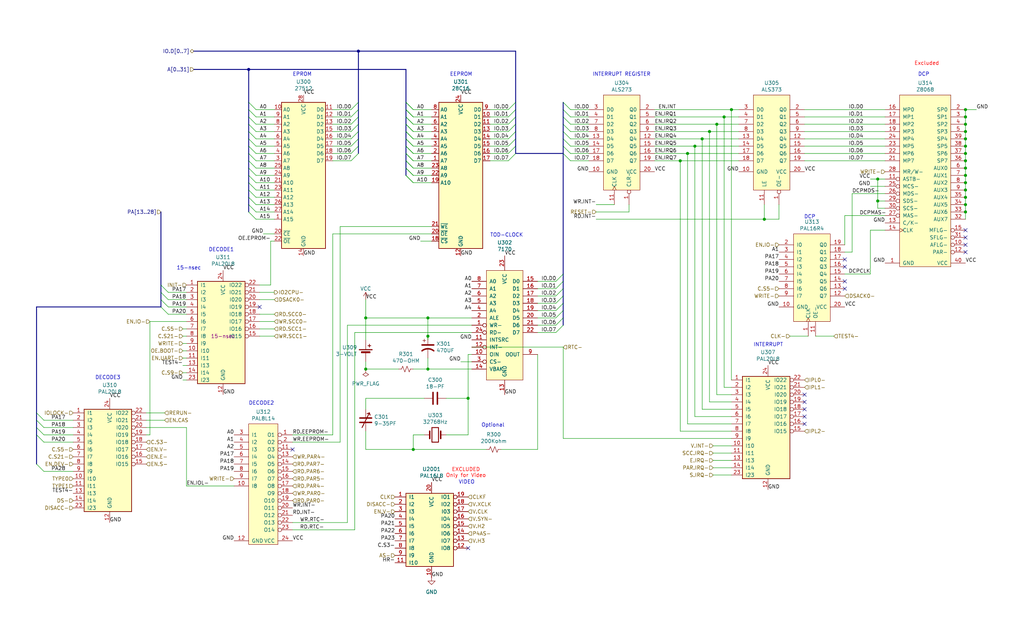
<source format=kicad_sch>
(kicad_sch (version 20231120) (generator "eeschema") (generator_version "8.0")
  (paper "USLegal")
  (title_block (title "EPROM, EEPROM, Interrupt, RTC") (date "2025-03-07") (rev "1"))
  (junction (at 335.28 63.5))
  (junction (at 335.28 58.42))
  (junction (at 254 38.1))
  (junction (at 148.59 110.49))
  (junction (at 335.28 43.18))
  (junction (at 335.28 45.72))
  (junction (at 335.28 60.96))
  (junction (at 335.28 68.58))
  (junction (at 148.59 116.84))
  (junction (at 304.8 62.23))
  (junction (at 86.36 24.13))
  (junction (at 246.38 45.72))
  (junction (at 124.46 17.78))
  (junction (at 236.22 55.88))
  (junction (at 127 110.49))
  (junction (at 335.28 40.64))
  (junction (at 143.51 156.21))
  (junction (at 304.8 69.85))
  (junction (at 335.28 66.04))
  (junction (at 335.28 50.8))
  (junction (at 335.28 48.26))
  (junction (at 241.3 50.8))
  (junction (at 335.28 73.66))
  (junction (at 238.76 53.34))
  (junction (at 335.28 38.1))
  (junction (at 265.43 76.2))
  (junction (at 127 128.27))
  (junction (at 335.28 71.12))
  (junction (at 335.28 55.88))
  (junction (at 251.46 40.64))
  (junction (at 243.84 48.26))
  (junction (at 335.28 53.34))
  (junction (at 148.59 128.27))
  (junction (at 162.56 138.43))
  (junction (at 248.92 43.18))
  (no_connect (at 293.37 100.33))
  (no_connect (at 101.6 156.21))
  (no_connect (at 279.4 137.16))
  (no_connect (at 279.4 142.24))
  (no_connect (at 90.17 106.68))
  (no_connect (at 293.37 90.17))
  (no_connect (at 279.4 147.32))
  (no_connect (at 279.4 139.7))
  (no_connect (at 335.28 80.01))
  (no_connect (at 335.28 85.09))
  (no_connect (at 293.37 97.79))
  (no_connect (at 335.28 87.63))
  (no_connect (at 335.28 82.55))
  (no_connect (at 293.37 92.71))
  (no_connect (at 162.56 190.5))
  (no_connect (at 279.4 144.78))
  (bus_entry (at 140.97 35.56) (size 2.54 2.54))
  (bus_entry (at 140.97 55.88) (size 2.54 2.54))
  (bus_entry (at 193.04 110.49) (size 2.54 -2.54))
  (bus_entry (at 140.97 38.1) (size 2.54 2.54))
  (bus_entry (at 12.7 146.05) (size 2.54 2.54))
  (bus_entry (at 176.53 50.8) (size 2.54 -2.54))
  (bus_entry (at 140.97 35.56) (size 2.54 2.54))
  (bus_entry (at 140.97 40.64) (size 2.54 2.54))
  (bus_entry (at 12.7 148.59) (size 2.54 2.54))
  (bus_entry (at 140.97 58.42) (size 2.54 2.54))
  (bus_entry (at 193.04 102.87) (size 2.54 -2.54))
  (bus_entry (at 140.97 43.18) (size 2.54 2.54))
  (bus_entry (at 55.88 99.06) (size 2.54 2.54))
  (bus_entry (at 55.88 104.14) (size 2.54 2.54))
  (bus_entry (at 140.97 53.34) (size 2.54 2.54))
  (bus_entry (at 140.97 58.42) (size 2.54 2.54))
  (bus_entry (at 55.88 106.68) (size 2.54 2.54))
  (bus_entry (at 195.58 48.26) (size 2.54 2.54))
  (bus_entry (at 140.97 45.72) (size 2.54 2.54))
  (bus_entry (at 195.58 50.8) (size 2.54 2.54))
  (bus_entry (at 140.97 50.8) (size 2.54 2.54))
  (bus_entry (at 86.36 38.1) (size 2.54 2.54))
  (bus_entry (at 86.36 73.66) (size 2.54 2.54))
  (bus_entry (at 140.97 38.1) (size 2.54 2.54))
  (bus_entry (at 12.7 143.51) (size 2.54 2.54))
  (bus_entry (at 86.36 53.34) (size 2.54 2.54))
  (bus_entry (at 121.92 50.8) (size 2.54 -2.54))
  (bus_entry (at 121.92 55.88) (size 2.54 -2.54))
  (bus_entry (at 193.04 113.03) (size 2.54 -2.54))
  (bus_entry (at 176.53 48.26) (size 2.54 -2.54))
  (bus_entry (at 86.36 68.58) (size 2.54 2.54))
  (bus_entry (at 176.53 45.72) (size 2.54 -2.54))
  (bus_entry (at 86.36 40.64) (size 2.54 2.54))
  (bus_entry (at 86.36 50.8) (size 2.54 2.54))
  (bus_entry (at 55.88 101.6) (size 2.54 2.54))
  (bus_entry (at 121.92 53.34) (size 2.54 -2.54))
  (bus_entry (at 12.7 151.13) (size 2.54 2.54))
  (bus_entry (at 86.36 58.42) (size 2.54 2.54))
  (bus_entry (at 195.58 43.18) (size 2.54 2.54))
  (bus_entry (at 140.97 40.64) (size 2.54 2.54))
  (bus_entry (at 195.58 40.64) (size 2.54 2.54))
  (bus_entry (at 176.53 40.64) (size 2.54 -2.54))
  (bus_entry (at 86.36 45.72) (size 2.54 2.54))
  (bus_entry (at 193.04 97.79) (size 2.54 -2.54))
  (bus_entry (at 86.36 66.04) (size 2.54 2.54))
  (bus_entry (at 86.36 63.5) (size 2.54 2.54))
  (bus_entry (at 12.7 161.29) (size 2.54 2.54))
  (bus_entry (at 193.04 100.33) (size 2.54 -2.54))
  (bus_entry (at 121.92 43.18) (size 2.54 -2.54))
  (bus_entry (at 193.04 115.57) (size 2.54 -2.54))
  (bus_entry (at 121.92 40.64) (size 2.54 -2.54))
  (bus_entry (at 86.36 35.56) (size 2.54 2.54))
  (bus_entry (at 195.58 53.34) (size 2.54 2.54))
  (bus_entry (at 121.92 45.72) (size 2.54 -2.54))
  (bus_entry (at 86.36 43.18) (size 2.54 2.54))
  (bus_entry (at 86.36 55.88) (size 2.54 2.54))
  (bus_entry (at 140.97 50.8) (size 2.54 2.54))
  (bus_entry (at 86.36 60.96) (size 2.54 2.54))
  (bus_entry (at 176.53 55.88) (size 2.54 -2.54))
  (bus_entry (at 195.58 45.72) (size 2.54 2.54))
  (bus_entry (at 140.97 43.18) (size 2.54 2.54))
  (bus_entry (at 140.97 48.26) (size 2.54 2.54))
  (bus_entry (at 140.97 60.96) (size 2.54 2.54))
  (bus_entry (at 140.97 53.34) (size 2.54 2.54))
  (bus_entry (at 140.97 48.26) (size 2.54 2.54))
  (bus_entry (at 176.53 53.34) (size 2.54 -2.54))
  (bus_entry (at 195.58 35.56) (size 2.54 2.54))
  (bus_entry (at 176.53 38.1) (size 2.54 -2.54))
  (bus_entry (at 140.97 45.72) (size 2.54 2.54))
  (bus_entry (at 121.92 48.26) (size 2.54 -2.54))
  (bus_entry (at 86.36 48.26) (size 2.54 2.54))
  (bus_entry (at 140.97 55.88) (size 2.54 2.54))
  (bus_entry (at 121.92 38.1) (size 2.54 -2.54))
  (bus_entry (at 86.36 71.12) (size 2.54 2.54))
  (bus_entry (at 193.04 105.41) (size 2.54 -2.54))
  (bus_entry (at 140.97 60.96) (size 2.54 2.54))
  (bus_entry (at 195.58 38.1) (size 2.54 2.54))
  (bus_entry (at 176.53 43.18) (size 2.54 -2.54))
  (bus_entry (at 193.04 107.95) (size 2.54 -2.54))
  (wire (pts (xy 15.24 153.67) (xy 25.4 153.67)))
  (wire (pts (xy 143.51 55.88) (xy 149.86 55.88)))
  (bus (pts (xy 12.7 148.59) (xy 12.7 151.13)))
  (wire (pts (xy 127 110.49) (xy 127 104.14)))
  (wire (pts (xy 227.33 48.26) (xy 243.84 48.26)))
  (wire (pts (xy 304.8 62.23) (xy 302.26 62.23)))
  (wire (pts (xy 236.22 55.88) (xy 256.54 55.88)))
  (bus (pts (xy 124.46 35.56) (xy 124.46 38.1)))
  (wire (pts (xy 95.25 109.22) (xy 90.17 109.22)))
  (bus (pts (xy 124.46 17.78) (xy 124.46 35.56)))
  (wire (pts (xy 254 157.48) (xy 247.65 157.48)))
  (wire (pts (xy 88.9 76.2) (xy 95.25 76.2)))
  (wire (pts (xy 64.77 168.91) (xy 81.28 168.91)))
  (wire (pts (xy 198.12 53.34) (xy 204.47 53.34)))
  (wire (pts (xy 88.9 55.88) (xy 95.25 55.88)))
  (bus (pts (xy 86.36 58.42) (xy 86.36 60.96)))
  (bus (pts (xy 86.36 35.56) (xy 86.36 38.1)))
  (wire (pts (xy 186.69 100.33) (xy 193.04 100.33)))
  (wire (pts (xy 170.18 48.26) (xy 176.53 48.26)))
  (bus (pts (xy 86.36 55.88) (xy 86.36 58.42)))
  (wire (pts (xy 236.22 55.88) (xy 236.22 149.86)))
  (bus (pts (xy 195.58 107.95) (xy 195.58 110.49)))
  (wire (pts (xy 335.28 50.8) (xy 335.28 48.26)))
  (wire (pts (xy 254 38.1) (xy 256.54 38.1)))
  (wire (pts (xy 227.33 40.64) (xy 251.46 40.64)))
  (wire (pts (xy 88.9 58.42) (xy 95.25 58.42)))
  (bus (pts (xy 55.88 104.14) (xy 55.88 106.68)))
  (wire (pts (xy 95.25 104.14) (xy 90.17 104.14)))
  (wire (pts (xy 88.9 68.58) (xy 95.25 68.58)))
  (wire (pts (xy 335.28 60.96) (xy 335.28 58.42)))
  (wire (pts (xy 88.9 48.26) (xy 95.25 48.26)))
  (bus (pts (xy 195.58 95.25) (xy 195.58 97.79)))
  (bus (pts (xy 140.97 40.64) (xy 140.97 43.18)))
  (wire (pts (xy 335.28 73.66) (xy 335.28 71.12)))
  (wire (pts (xy 115.57 50.8) (xy 121.92 50.8)))
  (wire (pts (xy 243.84 142.24) (xy 254 142.24)))
  (wire (pts (xy 88.9 66.04) (xy 95.25 66.04)))
  (wire (pts (xy 254 154.94) (xy 247.65 154.94)))
  (wire (pts (xy 163.83 123.19) (xy 162.56 123.19)))
  (wire (pts (xy 279.4 38.1) (xy 307.34 38.1)))
  (wire (pts (xy 254 162.56) (xy 247.65 162.56)))
  (wire (pts (xy 15.24 151.13) (xy 25.4 151.13)))
  (bus (pts (xy 86.36 63.5) (xy 86.36 66.04)))
  (wire (pts (xy 64.77 109.22) (xy 58.42 109.22)))
  (wire (pts (xy 307.34 64.77) (xy 302.26 64.77)))
  (bus (pts (xy 86.36 45.72) (xy 86.36 48.26)))
  (wire (pts (xy 148.59 128.27) (xy 163.83 128.27)))
  (wire (pts (xy 64.77 124.46) (xy 63.5 124.46)))
  (wire (pts (xy 198.12 48.26) (xy 204.47 48.26)))
  (bus (pts (xy 86.36 66.04) (xy 86.36 68.58)))
  (bus (pts (xy 124.46 48.26) (xy 124.46 50.8)))
  (wire (pts (xy 279.4 50.8) (xy 307.34 50.8)))
  (bus (pts (xy 124.46 38.1) (xy 124.46 40.64)))
  (wire (pts (xy 52.07 111.76) (xy 64.77 111.76)))
  (wire (pts (xy 335.28 66.04) (xy 335.28 63.5)))
  (wire (pts (xy 335.28 48.26) (xy 335.28 45.72)))
  (wire (pts (xy 254 160.02) (xy 247.65 160.02)))
  (bus (pts (xy 86.36 48.26) (xy 86.36 50.8)))
  (bus (pts (xy 195.58 43.18) (xy 195.58 45.72)))
  (wire (pts (xy 304.8 62.23) (xy 304.8 69.85)))
  (wire (pts (xy 248.92 43.18) (xy 248.92 137.16)))
  (bus (pts (xy 55.88 101.6) (xy 55.88 104.14)))
  (wire (pts (xy 143.51 38.1) (xy 149.86 38.1)))
  (bus (pts (xy 179.07 35.56) (xy 179.07 38.1)))
  (wire (pts (xy 88.9 71.12) (xy 95.25 71.12)))
  (wire (pts (xy 283.21 116.84) (xy 289.56 116.84)))
  (wire (pts (xy 251.46 134.62) (xy 254 134.62)))
  (wire (pts (xy 95.25 114.3) (xy 90.17 114.3)))
  (wire (pts (xy 88.9 73.66) (xy 95.25 73.66)))
  (wire (pts (xy 127 138.43) (xy 127 142.24)))
  (wire (pts (xy 127 110.49) (xy 127 118.11)))
  (wire (pts (xy 143.51 48.26) (xy 149.86 48.26)))
  (wire (pts (xy 143.51 128.27) (xy 148.59 128.27)))
  (wire (pts (xy 170.18 40.64) (xy 176.53 40.64)))
  (wire (pts (xy 238.76 53.34) (xy 238.76 147.32)))
  (wire (pts (xy 64.77 129.54) (xy 63.5 129.54)))
  (wire (pts (xy 118.11 153.67) (xy 118.11 78.74)))
  (wire (pts (xy 335.28 40.64) (xy 335.28 38.1)))
  (wire (pts (xy 198.12 40.64) (xy 204.47 40.64)))
  (wire (pts (xy 127 156.21) (xy 143.51 156.21)))
  (wire (pts (xy 163.83 125.73) (xy 160.02 125.73)))
  (wire (pts (xy 88.9 60.96) (xy 95.25 60.96)))
  (wire (pts (xy 95.25 116.84) (xy 90.17 116.84)))
  (wire (pts (xy 295.91 87.63) (xy 295.91 67.31)))
  (bus (pts (xy 140.97 53.34) (xy 140.97 55.88)))
  (wire (pts (xy 95.25 111.76) (xy 90.17 111.76)))
  (wire (pts (xy 251.46 40.64) (xy 251.46 134.62)))
  (wire (pts (xy 88.9 53.34) (xy 95.25 53.34)))
  (wire (pts (xy 143.51 63.5) (xy 149.86 63.5)))
  (wire (pts (xy 243.84 48.26) (xy 243.84 142.24)))
  (bus (pts (xy 86.36 50.8) (xy 86.36 53.34)))
  (wire (pts (xy 295.91 67.31) (xy 307.34 67.31)))
  (wire (pts (xy 170.18 45.72) (xy 176.53 45.72)))
  (bus (pts (xy 140.97 48.26) (xy 140.97 50.8)))
  (bus (pts (xy 86.36 68.58) (xy 86.36 71.12)))
  (wire (pts (xy 186.69 105.41) (xy 193.04 105.41)))
  (wire (pts (xy 127 125.73) (xy 127 128.27)))
  (wire (pts (xy 170.18 43.18) (xy 176.53 43.18)))
  (bus (pts (xy 179.07 48.26) (xy 179.07 50.8)))
  (wire (pts (xy 115.57 43.18) (xy 121.92 43.18)))
  (bus (pts (xy 140.97 50.8) (xy 140.97 53.34)))
  (bus (pts (xy 86.36 43.18) (xy 86.36 45.72)))
  (wire (pts (xy 279.4 55.88) (xy 307.34 55.88)))
  (wire (pts (xy 279.4 43.18) (xy 307.34 43.18)))
  (bus (pts (xy 179.07 45.72) (xy 179.07 48.26)))
  (wire (pts (xy 270.51 76.2) (xy 270.51 71.12)))
  (wire (pts (xy 115.57 45.72) (xy 121.92 45.72)))
  (bus (pts (xy 86.36 71.12) (xy 86.36 73.66)))
  (wire (pts (xy 162.56 123.19) (xy 162.56 138.43)))
  (wire (pts (xy 163.83 110.49) (xy 148.59 110.49)))
  (wire (pts (xy 227.33 43.18) (xy 248.92 43.18)))
  (bus (pts (xy 195.58 50.8) (xy 195.58 53.34)))
  (wire (pts (xy 143.51 43.18) (xy 149.86 43.18)))
  (bus (pts (xy 195.58 100.33) (xy 195.58 102.87)))
  (wire (pts (xy 143.51 45.72) (xy 149.86 45.72)))
  (wire (pts (xy 265.43 76.2) (xy 265.43 71.12)))
  (wire (pts (xy 186.69 113.03) (xy 193.04 113.03)))
  (wire (pts (xy 195.58 152.4) (xy 254 152.4)))
  (wire (pts (xy 15.24 146.05) (xy 25.4 146.05)))
  (wire (pts (xy 88.9 45.72) (xy 95.25 45.72)))
  (wire (pts (xy 88.9 50.8) (xy 95.25 50.8)))
  (wire (pts (xy 307.34 62.23) (xy 304.8 62.23)))
  (wire (pts (xy 148.59 116.84) (xy 148.59 118.11)))
  (wire (pts (xy 143.51 53.34) (xy 149.86 53.34)))
  (wire (pts (xy 88.9 63.5) (xy 95.25 63.5)))
  (bus (pts (xy 140.97 45.72) (xy 140.97 48.26)))
  (wire (pts (xy 251.46 40.64) (xy 256.54 40.64)))
  (wire (pts (xy 101.6 153.67) (xy 118.11 153.67)))
  (wire (pts (xy 118.11 78.74) (xy 149.86 78.74)))
  (bus (pts (xy 12.7 143.51) (xy 12.7 146.05)))
  (wire (pts (xy 162.56 138.43) (xy 154.94 138.43)))
  (wire (pts (xy 186.69 97.79) (xy 193.04 97.79)))
  (wire (pts (xy 143.51 156.21) (xy 168.91 156.21)))
  (bus (pts (xy 140.97 35.56) (xy 140.97 38.1)))
  (wire (pts (xy 186.69 110.49) (xy 193.04 110.49)))
  (wire (pts (xy 293.37 74.93) (xy 307.34 74.93)))
  (wire (pts (xy 238.76 147.32) (xy 254 147.32)))
  (wire (pts (xy 248.92 43.18) (xy 256.54 43.18)))
  (wire (pts (xy 50.8 148.59) (xy 64.77 148.59)))
  (wire (pts (xy 64.77 104.14) (xy 58.42 104.14)))
  (wire (pts (xy 218.44 73.66) (xy 207.01 73.66)))
  (wire (pts (xy 115.57 53.34) (xy 121.92 53.34)))
  (wire (pts (xy 207.01 76.2) (xy 265.43 76.2)))
  (wire (pts (xy 335.28 55.88) (xy 335.28 53.34)))
  (wire (pts (xy 279.4 48.26) (xy 307.34 48.26)))
  (wire (pts (xy 64.77 101.6) (xy 58.42 101.6)))
  (wire (pts (xy 154.94 151.13) (xy 162.56 151.13)))
  (wire (pts (xy 186.69 156.21) (xy 173.99 156.21)))
  (wire (pts (xy 123.19 184.15) (xy 123.19 115.57)))
  (bus (pts (xy 12.7 106.68) (xy 55.88 106.68)))
  (wire (pts (xy 93.98 83.82) (xy 95.25 83.82)))
  (wire (pts (xy 227.33 50.8) (xy 241.3 50.8)))
  (wire (pts (xy 186.69 102.87) (xy 193.04 102.87)))
  (bus (pts (xy 179.07 40.64) (xy 179.07 43.18)))
  (wire (pts (xy 148.59 124.46) (xy 148.59 128.27)))
  (wire (pts (xy 236.22 149.86) (xy 254 149.86)))
  (bus (pts (xy 55.88 99.06) (xy 55.88 101.6)))
  (bus (pts (xy 12.7 106.68) (xy 12.7 143.51)))
  (wire (pts (xy 279.4 53.34) (xy 307.34 53.34)))
  (wire (pts (xy 241.3 50.8) (xy 256.54 50.8)))
  (wire (pts (xy 88.9 43.18) (xy 95.25 43.18)))
  (wire (pts (xy 163.83 115.57) (xy 123.19 115.57)))
  (bus (pts (xy 86.36 24.13) (xy 140.97 24.13)))
  (bus (pts (xy 86.36 40.64) (xy 86.36 43.18)))
  (wire (pts (xy 246.38 45.72) (xy 246.38 139.7)))
  (bus (pts (xy 124.46 45.72) (xy 124.46 48.26)))
  (wire (pts (xy 115.57 81.28) (xy 149.86 81.28)))
  (wire (pts (xy 15.24 163.83) (xy 25.4 163.83)))
  (wire (pts (xy 101.6 184.15) (xy 123.19 184.15)))
  (bus (pts (xy 86.36 24.13) (xy 67.31 24.13)))
  (bus (pts (xy 86.36 38.1) (xy 86.36 40.64)))
  (wire (pts (xy 265.43 76.2) (xy 270.51 76.2)))
  (wire (pts (xy 227.33 53.34) (xy 238.76 53.34)))
  (bus (pts (xy 140.97 24.13) (xy 140.97 35.56)))
  (wire (pts (xy 64.77 119.38) (xy 63.5 119.38)))
  (wire (pts (xy 64.77 116.84) (xy 63.5 116.84)))
  (wire (pts (xy 115.57 55.88) (xy 121.92 55.88)))
  (wire (pts (xy 335.28 58.42) (xy 335.28 55.88)))
  (wire (pts (xy 101.6 151.13) (xy 115.57 151.13)))
  (bus (pts (xy 195.58 53.34) (xy 195.58 95.25)))
  (wire (pts (xy 170.18 38.1) (xy 176.53 38.1)))
  (bus (pts (xy 195.58 110.49) (xy 195.58 113.03)))
  (bus (pts (xy 140.97 38.1) (xy 140.97 40.64)))
  (wire (pts (xy 279.4 45.72) (xy 307.34 45.72)))
  (bus (pts (xy 124.46 40.64) (xy 124.46 43.18)))
  (bus (pts (xy 86.36 24.13) (xy 86.36 35.56)))
  (wire (pts (xy 120.65 181.61) (xy 101.6 181.61)))
  (wire (pts (xy 147.32 138.43) (xy 127 138.43)))
  (wire (pts (xy 227.33 45.72) (xy 246.38 45.72)))
  (wire (pts (xy 186.69 115.57) (xy 193.04 115.57)))
  (wire (pts (xy 143.51 40.64) (xy 149.86 40.64)))
  (bus (pts (xy 179.07 50.8) (xy 179.07 53.34)))
  (wire (pts (xy 254 165.1) (xy 247.65 165.1)))
  (wire (pts (xy 335.28 43.18) (xy 335.28 40.64)))
  (wire (pts (xy 302.26 95.25) (xy 302.26 80.01)))
  (bus (pts (xy 12.7 146.05) (xy 12.7 148.59)))
  (wire (pts (xy 304.8 69.85) (xy 307.34 69.85)))
  (wire (pts (xy 115.57 38.1) (xy 121.92 38.1)))
  (wire (pts (xy 143.51 50.8) (xy 149.86 50.8)))
  (wire (pts (xy 293.37 85.09) (xy 293.37 74.93)))
  (wire (pts (xy 162.56 151.13) (xy 162.56 138.43)))
  (wire (pts (xy 127 149.86) (xy 127 156.21)))
  (wire (pts (xy 293.37 95.25) (xy 302.26 95.25)))
  (wire (pts (xy 147.32 151.13) (xy 143.51 151.13)))
  (wire (pts (xy 198.12 55.88) (xy 204.47 55.88)))
  (wire (pts (xy 15.24 148.59) (xy 25.4 148.59)))
  (wire (pts (xy 198.12 45.72) (xy 204.47 45.72)))
  (wire (pts (xy 254 38.1) (xy 254 132.08)))
  (wire (pts (xy 170.18 50.8) (xy 176.53 50.8)))
  (bus (pts (xy 195.58 40.64) (xy 195.58 43.18)))
  (bus (pts (xy 140.97 58.42) (xy 140.97 60.96)))
  (wire (pts (xy 186.69 107.95) (xy 193.04 107.95)))
  (wire (pts (xy 302.26 80.01) (xy 307.34 80.01)))
  (wire (pts (xy 280.67 116.84) (xy 274.32 116.84)))
  (wire (pts (xy 115.57 151.13) (xy 115.57 81.28)))
  (wire (pts (xy 213.36 71.12) (xy 207.01 71.12)))
  (wire (pts (xy 143.51 151.13) (xy 143.51 156.21)))
  (wire (pts (xy 198.12 38.1) (xy 204.47 38.1)))
  (wire (pts (xy 238.76 53.34) (xy 256.54 53.34)))
  (wire (pts (xy 246.38 139.7) (xy 254 139.7)))
  (bus (pts (xy 124.46 17.78) (xy 179.07 17.78)))
  (bus (pts (xy 124.46 43.18) (xy 124.46 45.72)))
  (wire (pts (xy 149.86 83.82) (xy 146.05 83.82)))
  (wire (pts (xy 50.8 151.13) (xy 52.07 151.13)))
  (bus (pts (xy 179.07 38.1) (xy 179.07 40.64)))
  (wire (pts (xy 227.33 38.1) (xy 254 38.1)))
  (wire (pts (xy 241.3 144.78) (xy 254 144.78)))
  (wire (pts (xy 241.3 50.8) (xy 241.3 144.78)))
  (bus (pts (xy 195.58 45.72) (xy 195.58 48.26)))
  (wire (pts (xy 335.28 38.1) (xy 339.09 38.1)))
  (wire (pts (xy 198.12 50.8) (xy 204.47 50.8)))
  (wire (pts (xy 227.33 55.88) (xy 236.22 55.88)))
  (bus (pts (xy 55.88 73.66) (xy 55.88 99.06)))
  (wire (pts (xy 88.9 40.64) (xy 95.25 40.64)))
  (wire (pts (xy 148.59 110.49) (xy 148.59 116.84)))
  (wire (pts (xy 93.98 99.06) (xy 93.98 83.82)))
  (wire (pts (xy 95.25 101.6) (xy 90.17 101.6)))
  (wire (pts (xy 335.28 45.72) (xy 335.28 43.18)))
  (bus (pts (xy 195.58 48.26) (xy 195.58 50.8)))
  (bus (pts (xy 124.46 17.78) (xy 67.31 17.78)))
  (wire (pts (xy 64.77 106.68) (xy 58.42 106.68)))
  (wire (pts (xy 91.44 81.28) (xy 95.25 81.28)))
  (bus (pts (xy 195.58 97.79) (xy 195.58 100.33)))
  (wire (pts (xy 335.28 71.12) (xy 335.28 68.58)))
  (wire (pts (xy 248.92 137.16) (xy 254 137.16)))
  (wire (pts (xy 115.57 40.64) (xy 121.92 40.64)))
  (wire (pts (xy 279.4 40.64) (xy 307.34 40.64)))
  (wire (pts (xy 143.51 58.42) (xy 149.86 58.42)))
  (wire (pts (xy 243.84 48.26) (xy 256.54 48.26)))
  (wire (pts (xy 163.83 113.03) (xy 120.65 113.03)))
  (bus (pts (xy 86.36 60.96) (xy 86.36 63.5)))
  (wire (pts (xy 335.28 63.5) (xy 335.28 60.96)))
  (wire (pts (xy 198.12 43.18) (xy 204.47 43.18)))
  (wire (pts (xy 163.83 120.65) (xy 195.58 120.65)))
  (wire (pts (xy 90.17 99.06) (xy 93.98 99.06)))
  (bus (pts (xy 140.97 43.18) (xy 140.97 45.72)))
  (bus (pts (xy 140.97 55.88) (xy 140.97 58.42)))
  (wire (pts (xy 50.8 146.05) (xy 57.15 146.05)))
  (wire (pts (xy 170.18 55.88) (xy 176.53 55.88)))
  (wire (pts (xy 64.77 114.3) (xy 63.5 114.3)))
  (bus (pts (xy 195.58 38.1) (xy 195.58 40.64)))
  (bus (pts (xy 179.07 53.34) (xy 195.58 53.34)))
  (wire (pts (xy 335.28 68.58) (xy 335.28 66.04)))
  (wire (pts (xy 127 128.27) (xy 138.43 128.27)))
  (wire (pts (xy 148.59 110.49) (xy 127 110.49)))
  (bus (pts (xy 179.07 43.18) (xy 179.07 45.72)))
  (bus (pts (xy 195.58 105.41) (xy 195.58 107.95)))
  (wire (pts (xy 246.38 45.72) (xy 256.54 45.72)))
  (bus (pts (xy 12.7 151.13) (xy 12.7 161.29)))
  (wire (pts (xy 170.18 53.34) (xy 176.53 53.34)))
  (wire (pts (xy 115.57 48.26) (xy 121.92 48.26)))
  (wire (pts (xy 52.07 151.13) (xy 52.07 111.76)))
  (wire (pts (xy 120.65 113.03) (xy 120.65 181.61)))
  (wire (pts (xy 143.51 60.96) (xy 149.86 60.96)))
  (wire (pts (xy 64.77 127) (xy 63.5 127)))
  (wire (pts (xy 304.8 69.85) (xy 304.8 72.39)))
  (wire (pts (xy 195.58 120.65) (xy 195.58 152.4)))
  (wire (pts (xy 64.77 121.92) (xy 63.5 121.92)))
  (wire (pts (xy 335.28 76.2) (xy 335.28 73.66)))
  (wire (pts (xy 64.77 132.08) (xy 63.5 132.08)))
  (wire (pts (xy 50.8 143.51) (xy 57.15 143.51)))
  (bus (pts (xy 179.07 17.78) (xy 179.07 35.56)))
  (bus (pts (xy 195.58 102.87) (xy 195.58 105.41)))
  (wire (pts (xy 218.44 71.12) (xy 218.44 73.66)))
  (wire (pts (xy 88.9 38.1) (xy 95.25 38.1)))
  (bus (pts (xy 124.46 50.8) (xy 124.46 53.34)))
  (wire (pts (xy 64.77 148.59) (xy 64.77 168.91)))
  (wire (pts (xy 335.28 53.34) (xy 335.28 50.8)))
  (wire (pts (xy 293.37 87.63) (xy 295.91 87.63)))
  (bus (pts (xy 86.36 53.34) (xy 86.36 55.88)))
  (bus (pts (xy 195.58 35.56) (xy 195.58 38.1)))
  (wire (pts (xy 304.8 72.39) (xy 307.34 72.39)))
  (wire (pts (xy 186.69 123.19) (xy 186.69 156.21)))
  (text "DECODE2" (at 86.36 140.97 0) (effects (font (size 1.27 1.27)) (justify left bottom)))
  (text "VIDEO" (at 162.052 167.64 0) (effects (font (size 1.27 1.27))))
  (text "INTERRUPT" (at 261.62 120.65 0) (effects (font (size 1.27 1.27)) (justify left bottom)))
  (text "TOD-CLOCK" (at 170.18 82.55 0) (effects (font (size 1.27 1.27)) (justify left bottom)))
  (text "DCP" (at 318.77 26.67 0) (effects (font (size 1.27 1.27)) (justify left bottom)))
  (text "DECODE1" (at 81.28 87.63 0) (effects (font (size 1.27 1.27)) (justify right bottom)))
  (text "EPROM" (at 101.6 26.67 0) (effects (font (size 1.27 1.27)) (justify left bottom)))
  (text "DECODE3" (at 33.02 132.08 0) (effects (font (size 1.27 1.27)) (justify left bottom)))
  (text "INTERRUPT REGISTER" (at 205.74 26.67 0) (effects (font (size 1.27 1.27)) (justify left bottom)))
  (text "15-nsec" (at 69.85 93.98 0) (effects (font (size 1.27 1.27)) (justify right bottom)))
  (text "Optional" (at 175.26 148.59 0) (effects (font (size 1.27 1.27)) (justify right bottom)))
  (text "Excluded" (at 317.5 22.86 0) (effects (font (size 1.27 1.27)) (justify left bottom)))
  (text "EXCLUDED\nOnly for Video" (at 161.798 164.338 0) (effects (font (size 1.27 1.27))))
  (text "DCP" (at 283.21 76.2 0) (effects (font (size 1.27 1.27)) (justify right bottom)))
  (text "EEPROM" (at 156.21 26.67 0) (effects (font (size 1.27 1.27)) (justify left bottom)))
  (label "GND" (at 302.26 64.77 180))
  (label "PA28" (at 17.78 163.83 0))
  (label "PA17" (at 59.69 101.6 0))
  (label "IO.D1" (at 116.84 40.64 0))
  (label "PA17" (at 270.51 90.17 180))
  (label "PA19" (at 270.51 95.25 180))
  (label "IO.D2" (at 294.64 43.18 0))
  (label "IO.D1" (at 199.39 40.64 0))
  (label "GND" (at 91.44 81.28 180))
  (label "IO.D1" (at 171.45 40.64 0))
  (label "WR.INT-" (at 101.6 176.53 0))
  (label "A1" (at 81.28 153.67 180))
  (label "VCC" (at 279.4 59.69 0))
  (label "IO.D4" (at 171.45 48.26 0))
  (label "GND" (at 270.51 106.68 180))
  (label "A15" (at 90.17 76.2 0))
  (label "A10" (at 144.78 63.5 0))
  (label "A4" (at 90.17 48.26 0))
  (label "A3" (at 144.78 45.72 0))
  (label "IO.D6" (at 171.45 53.34 0))
  (label "EN.INT" (at 228.6 38.1 0))
  (label "A5" (at 144.78 50.8 0))
  (label "A1" (at 144.78 40.64 0))
  (label "IO.D7" (at 294.64 55.88 0))
  (label "A1" (at 270.51 87.63 180))
  (label "GND" (at 307.34 77.47 180))
  (label "OE.EPROM-" (at 93.98 83.82 180))
  (label "RD.INT-" (at 101.6 179.07 0))
  (label "EN.IRQ2" (at 227.33 43.18 0))
  (label "EN.IRQ3" (at 227.33 45.72 0))
  (label "GND" (at 105.41 88.9 0))
  (label "A11" (at 90.17 66.04 0))
  (label "IO.D5" (at 187.96 110.49 0))
  (label "PA20" (at 17.78 153.67 0))
  (label "IO.D0" (at 199.39 38.1 0))
  (label "A5" (at 90.17 50.8 0))
  (label "A1" (at 163.83 100.33 180))
  (label "VCC" (at 175.26 88.9 0))
  (label "VCC" (at 105.41 33.02 0))
  (label "A13" (at 90.17 71.12 0))
  (label "GND" (at 175.26 137.16 0))
  (label "VCC" (at 293.37 106.68 0))
  (label "A9" (at 90.17 60.96 0))
  (label "EN.IRQ1" (at 227.33 40.64 0))
  (label "GND" (at 163.83 118.11 180))
  (label "RD.RTC-" (at 104.14 184.15 0))
  (label "IO.D2" (at 199.39 43.18 0))
  (label "IO.D5" (at 116.84 50.8 0))
  (label "GND" (at 149.86 200.66 0))
  (label "VCC" (at 38.1 138.43 0))
  (label "GND" (at 204.47 59.69 180))
  (label "A9" (at 144.78 60.96 0))
  (label "VCC" (at 227.33 59.69 0))
  (label "IO.D6" (at 116.84 53.34 0))
  (label "IO.D3" (at 199.39 45.72 0))
  (label "VCC" (at 127 104.14 0))
  (label "EN.IOL-" (at 64.77 168.91 0))
  (label "IO.D0" (at 294.64 38.1 0))
  (label "A3" (at 90.17 45.72 0))
  (label "PA18" (at 59.69 104.14 0))
  (label "A0" (at 90.17 38.1 0))
  (label "A14" (at 90.17 73.66 0))
  (label "DCPCLK" (at 294.64 95.25 0))
  (label "EN.IRQ6" (at 227.33 53.34 0))
  (label "EN.IRQ7" (at 227.33 55.88 0))
  (label "PA21" (at 137.16 182.88 180))
  (label "A6" (at 144.78 53.34 0))
  (label "IO.D6" (at 294.64 53.34 0))
  (label "GND" (at 63.5 132.08 180))
  (label "A7" (at 90.17 55.88 0))
  (label "IO.D6" (at 199.39 53.34 0))
  (label "EN.IRQ4" (at 227.33 48.26 0))
  (label "PA17" (at 81.28 158.75 180))
  (label "IO.D1" (at 187.96 100.33 0))
  (label "VCC" (at 101.6 187.96 0))
  (label "IO.D4" (at 187.96 107.95 0))
  (label "A0" (at 81.28 151.13 180))
  (label "IO.D6" (at 187.96 113.03 0))
  (label "IO.D7" (at 187.96 115.57 0))
  (label "VCC" (at 302.26 62.23 180))
  (label "A0" (at 144.78 38.1 0))
  (label "A3" (at 163.83 105.41 180))
  (label "WR.RTC-" (at 104.14 181.61 0))
  (label "PA18" (at 270.51 92.71 180))
  (label "DCPMDS-" (at 295.91 67.31 0))
  (label "RD.EEPROM-" (at 101.6 151.13 0))
  (label "A10" (at 90.17 63.5 0))
  (label "VCC" (at 335.28 91.44 0))
  (label "GND" (at 266.7 170.18 0))
  (label "IO.D4" (at 199.39 48.26 0))
  (label "IO.D4" (at 116.84 48.26 0))
  (label "RD.INT-" (at 207.01 76.2 180))
  (label "PA19" (at 59.69 106.68 0))
  (label "A8" (at 90.17 58.42 0))
  (label "IO.D1" (at 294.64 40.64 0))
  (label "PA20" (at 270.51 97.79 180))
  (label "PA20" (at 137.16 180.34 180))
  (label "WR.EEPROM-" (at 101.6 153.67 0))
  (label "IO.D5" (at 294.64 50.8 0))
  (label "TEST4-" (at 63.5 127 180))
  (label "GND" (at 146.05 83.82 180))
  (label "IO.D7" (at 199.39 55.88 0))
  (label "PA17" (at 17.78 146.05 0))
  (label "VCC" (at 77.47 93.98 0))
  (label "A2" (at 163.83 102.87 180))
  (label "IO.D2" (at 116.84 43.18 0))
  (label "IO.D7" (at 116.84 55.88 0))
  (label "A4" (at 144.78 48.26 0))
  (label "C.S3-" (at 137.16 190.5 180))
  (label "A4" (at 163.83 107.95 180))
  (label "GND" (at 77.47 137.16 0))
  (label "GND" (at 160.02 125.73 180))
  (label "IO.D3" (at 294.64 45.72 0))
  (label "IO.D3" (at 187.96 105.41 0))
  (label "GND" (at 307.34 91.44 180))
  (label "PA22" (at 137.16 185.42 180))
  (label "IO.D0" (at 187.96 97.79 0))
  (label "A1" (at 90.17 40.64 0))
  (label "A2" (at 81.28 156.21 180))
  (label "IO.D2" (at 187.96 102.87 0))
  (label "GND" (at 339.09 38.1 0))
  (label "A6" (at 90.17 53.34 0))
  (label "HR-" (at 137.16 195.58 180))
  (label "A2" (at 144.78 43.18 0))
  (label "PA19" (at 17.78 151.13 0))
  (label "A12" (at 90.17 68.58 0))
  (label "IO.D0" (at 171.45 38.1 0))
  (label "IO.D3" (at 116.84 45.72 0))
  (label "WR.INT-" (at 207.01 71.12 180))
  (label "PA19" (at 81.28 163.83 180))
  (label "IO.D2" (at 171.45 43.18 0))
  (label "IO.D4" (at 294.64 48.26 0))
  (label "VCC" (at 160.02 33.02 0))
  (label "GND" (at 38.1 181.61 0))
  (label "VCC" (at 149.86 167.64 0))
  (label "A0" (at 163.83 97.79 180))
  (label "TEST4-" (at 25.4 171.45 180))
  (label "PA18" (at 81.28 161.29 180))
  (label "DCPMAS-" (at 298.45 74.93 0))
  (label "EN.IRQ5" (at 227.33 50.8 0))
  (label "PA20" (at 59.69 109.22 0))
  (label "GND" (at 256.54 59.69 180))
  (label "PA23" (at 137.16 187.96 180))
  (label "A7" (at 144.78 55.88 0))
  (label "IO.D3" (at 171.45 45.72 0))
  (label "IO.D5" (at 199.39 50.8 0))
  (label "VCC" (at 266.7 127 0))
  (label "IO.D7" (at 171.45 55.88 0))
  (label "GND" (at 160.02 88.9 0))
  (label "IO.D5" (at 171.45 50.8 0))
  (label "A8" (at 144.78 58.42 0))
  (label "A2" (at 90.17 43.18 0))
  (label "IO.D0" (at 116.84 38.1 0))
  (label "GND" (at 81.28 187.96 180))
  (label "PA18" (at 17.78 148.59 0))
  (hierarchical_label "CLK" (shape input) (at 137.16 172.72 180))
  (hierarchical_label "IOLOCK-" (shape input) (at 25.4 143.51 180))
  (hierarchical_label "EN.DEV-" (shape input) (at 25.4 161.29 180))
  (hierarchical_label "INIT-" (shape input) (at 64.77 99.06 180))
  (hierarchical_label "V.SYN-" (shape input) (at 162.56 180.34 0))
  (hierarchical_label "E.IRQ-" (shape input) (at 247.65 160.02 180))
  (hierarchical_label "EN.E-" (shape input) (at 50.8 158.75 0))
  (hierarchical_label "A[0..31]" (shape input) (at 67.31 24.13 180))
  (hierarchical_label "RD.PAR7-" (shape input) (at 101.6 161.29 0))
  (hierarchical_label "IO2CPU-" (shape output) (at 95.25 101.6 0))
  (hierarchical_label "RESET-" (shape input) (at 207.01 73.66 180))
  (hierarchical_label "C.S5-" (shape input) (at 270.51 100.33 180))
  (hierarchical_label "V.INT-" (shape input) (at 247.65 154.94 180))
  (hierarchical_label "WRITE-" (shape input) (at 63.5 119.38 180))
  (hierarchical_label "PA[13..28]" (shape input) (at 55.88 73.66 180))
  (hierarchical_label "TEST4-" (shape input) (at 289.56 116.84 0))
  (hierarchical_label "WR.SCC1-" (shape input) (at 95.25 116.84 0))
  (hierarchical_label "EN.IO-" (shape input) (at 52.07 111.76 180))
  (hierarchical_label "DISACC-" (shape input) (at 25.4 176.53 180))
  (hierarchical_label "IPL2-" (shape input) (at 279.4 149.86 0))
  (hierarchical_label "RERUN-" (shape input) (at 57.15 143.51 0))
  (hierarchical_label "DSACK0-" (shape input) (at 95.25 104.14 0))
  (hierarchical_label "EN.IO-" (shape input) (at 270.51 85.09 180))
  (hierarchical_label "DISACC-" (shape input) (at 137.16 175.26 180))
  (hierarchical_label "C.S21-" (shape input) (at 25.4 158.75 180))
  (hierarchical_label "RD.PAR4-" (shape input) (at 101.6 168.91 0))
  (hierarchical_label "C.S5-" (shape input) (at 25.4 156.21 180))
  (hierarchical_label "WR.PAR4-" (shape input) (at 101.6 158.75 0))
  (hierarchical_label "CLKF" (shape input) (at 162.56 172.72 0))
  (hierarchical_label "RD.PAR0-" (shape input) (at 101.6 173.99 0))
  (hierarchical_label "CLK-" (shape input) (at 274.32 116.84 180))
  (hierarchical_label "RTC-" (shape input) (at 195.58 120.65 0))
  (hierarchical_label "DSACK0-" (shape input) (at 293.37 102.87 0))
  (hierarchical_label "PAR.IRQ-" (shape input) (at 247.65 162.56 180))
  (hierarchical_label "RD.SCC0-" (shape input) (at 95.25 109.22 0))
  (hierarchical_label "C.S3-" (shape input) (at 50.8 153.67 0))
  (hierarchical_label "C.S5-" (shape input) (at 63.5 114.3 180))
  (hierarchical_label "OE.BOOT-" (shape input) (at 63.5 121.92 180))
  (hierarchical_label "EN.CAS" (shape input) (at 57.15 146.05 0))
  (hierarchical_label "EN.S-" (shape input) (at 50.8 161.29 0))
  (hierarchical_label "C.S21-" (shape input) (at 63.5 116.84 180))
  (hierarchical_label "EN.V-" (shape input) (at 137.16 177.8 180))
  (hierarchical_label "RD.PAR5-" (shape input) (at 101.6 166.37 0))
  (hierarchical_label "RD.SCC1-" (shape input) (at 95.25 114.3 0))
  (hierarchical_label "TYPE0" (shape input) (at 25.4 166.37 180))
  (hierarchical_label "WR.PAR0-" (shape input) (at 101.6 171.45 0))
  (hierarchical_label "TYPE1" (shape input) (at 25.4 168.91 180))
  (hierarchical_label "V.H2" (shape input) (at 162.56 182.88 0))
  (hierarchical_label "IO.D[0..7]" (shape bidirectional) (at 67.31 17.78 180))
  (hierarchical_label "WRITE-" (shape input) (at 307.34 59.69 180))
  (hierarchical_label "DS-" (shape input) (at 25.4 173.99 180))
  (hierarchical_label "P4AS-" (shape input) (at 162.56 185.42 0))
  (hierarchical_label "WRITE-" (shape input) (at 81.28 166.37 180))
  (hierarchical_label "EN.UART-" (shape input) (at 63.5 124.46 180))
  (hierarchical_label "C.S9-" (shape input) (at 63.5 129.54 180))
  (hierarchical_label "RD.PAR6-" (shape input) (at 101.6 163.83 0))
  (hierarchical_label "V.XCLK" (shape input) (at 162.56 175.26 0))
  (hierarchical_label "IPL1-" (shape input) (at 279.4 134.62 0))
  (hierarchical_label "SCC.IRQ-" (shape input) (at 247.65 157.48 180))
  (hierarchical_label "V.H3" (shape input) (at 162.56 187.96 0))
  (hierarchical_label "V.CLK" (shape input) (at 162.56 177.8 0))
  (hierarchical_label "WR.SCC0-" (shape input) (at 95.25 111.76 0))
  (hierarchical_label "EN.V-" (shape input) (at 50.8 156.21 0))
  (hierarchical_label "AS-" (shape input) (at 137.16 193.04 180))
  (hierarchical_label "WRITE-" (shape input) (at 270.51 102.87 180))
  (hierarchical_label "S.IRQ-" (shape input) (at 247.65 165.1 180))
  (hierarchical_label "IPL0-" (shape input) (at 279.4 132.08 0))
  (symbol (lib_id "Memory_EPROM:27512") (at 105.41 60.96 0) (unit 1)
    (property "Reference" "U300" (at 105.41 28.4226 0))
    (property "Value" "27512" (at 105.41 30.734 0))
    (property "Footprint" "Package_DIP:DIP-28_W15.24mm" (effects (hide yes)))
    (property "Datasheet" "http://pdf.datasheetcatalog.com/datasheets/120/227190_DS.pdf" (effects (hide yes)))
  )
  (symbol (lib_id "custom:28C16") (at 160.02 60.96 0) (unit 1)
    (property "Reference" "U301" (at 160.02 28.4226 0))
    (property "Value" "28C16" (at 160.02 30.734 0))
    (property "Footprint" "Package_DIP:DIP-24_W15.24mm" (effects (hide yes)))
    (property "Datasheet" "http://ww1.microchip.com/downloads/en/DeviceDoc/doc0006.pdf" (effects (hide yes)))
  )
  (symbol (lib_name "PAL20L8_2") (lib_id "Logic_Programmable:PAL20L8") (at 77.47 116.84 0) (unit 1)
    (property "Reference" "U311" (at 77.47 89.3826 0))
    (property "Value" "PAL20L8" (at 77.47 91.694 0))
    (property "Footprint" "Package_DIP:DIP-24_W7.62mm" (effects (hide yes)))
    (property "Description" "Programmable Logic Array, DIP-24" (effects (hide yes)))
    (property "Speed" "15-nsec" (at 77.47 116.84 0))
  )
  (symbol (lib_id "custom:ALS273") (at 215.9 35.56 0) (unit 1)
    (property "Reference" "U304" (at 215.9 28.829 0))
    (property "Value" "ALS273" (at 215.9 31.1404 0))
    (property "Footprint" "sun3_60:ALS273" (effects (hide yes)))
  )
  (symbol (lib_id "custom:7170") (at 175.26 93.98 0) (unit 1)
    (property "Reference" "U302" (at 175.26 84.3026 0))
    (property "Value" "7170" (at 175.26 86.614 0))
    (property "Footprint" "Package_DIP:DIP-24_W15.24mm" (effects (hide yes)))
    (property "Datasheet" "https://xdevs.com/doc/Fluke/5700a/pdf/icm7170.pdf" (effects (hide yes)))
  )
  (symbol (lib_id "custom:ALS373") (at 267.97 35.56 0) (unit 1)
    (property "Reference" "U305" (at 267.97 28.829 0))
    (property "Value" "ALS373" (at 267.97 31.1404 0))
    (property "Footprint" "sun3_60:ALS373" (effects (hide yes)))
  )
  (symbol (lib_name "PAL20L8_1") (lib_id "Logic_Programmable:PAL20L8") (at 38.1 161.29 0) (unit 1)
    (property "Reference" "U310" (at 38.1 133.8326 0))
    (property "Value" "PAL20L8" (at 38.1 136.144 0))
    (property "Footprint" "Package_DIP:DIP-24_W7.62mm" (effects (hide yes)))
    (property "Description" "Programmable Logic Array, DIP-24" (effects (hide yes)))
  )
  (symbol (lib_id "sun3_60-rescue:CP1-Device") (at 148.59 120.65 0) (unit 1)
    (property "Reference" "X301" (at 151.511 119.4816 0) (effects (justify left)))
    (property "Value" "470UF" (at 151.511 121.793 0) (effects (justify left)))
    (property "Footprint" "Capacitor_THT:CP_Radial_D10.0mm_P5.00mm" (effects (hide yes)))
  )
  (symbol (lib_id "Device:Battery_Cell") (at 127 123.19 0) (unit 1)
    (property "Reference" "U309" (at 124.0028 120.7516 0) (effects (justify right)))
    (property "Value" "3-VOLT" (at 124.0028 123.063 0) (effects (justify right)))
    (property "Footprint" "Battery:Battery_Panasonic_CR2032-VS1N_Vertical_CircularHoles" (effects (hide yes)))
    (property "Description" "Single-cell battery" (effects (hide yes)))
  )
  (symbol (lib_id "Device:R_Small_US") (at 140.97 128.27 270) (unit 1)
    (property "Reference" "R301" (at 140.97 123.063 90))
    (property "Value" "470-OHM" (at 140.97 125.3744 90))
    (property "Footprint" "Resistor_THT:R_Axial_DIN0207_L6.3mm_D2.5mm_P7.62mm_Horizontal" (effects (hide yes)))
  )
  (symbol (lib_id "Device:C") (at 151.13 138.43 270) (unit 1)
    (property "Reference" "C300" (at 151.13 132.0292 90))
    (property "Value" "18-PF" (at 151.13 134.3406 90))
    (property "Footprint" "Capacitor_THT:C_Disc_D3.0mm_W2.0mm_P2.50mm" (effects (hide yes)))
  )
  (symbol (lib_id "Device:Crystal") (at 151.13 151.13 0) (unit 1)
    (property "Reference" "U303" (at 151.13 144.3228 0))
    (property "Value" "32768Hz" (at 151.13 146.6342 0))
    (property "Footprint" "Crystal:Crystal_AT310_D3.0mm_L10.0mm_Horizontal" (effects (hide yes)))
  )
  (symbol (lib_id "Device:C_Variable") (at 127 146.05 0) (unit 1)
    (property "Reference" "C301" (at 129.921 144.8816 0) (effects (justify left)))
    (property "Value" "9-35PF" (at 129.921 147.193 0) (effects (justify left)))
    (property "Footprint" "Capacitor_THT:C_Radial_D6.3mm_H5.0mm_P2.50mm" (effects (hide yes)))
  )
  (symbol (lib_id "Device:R_Small_US") (at 171.45 156.21 270) (unit 1)
    (property "Reference" "R300" (at 171.45 151.003 90))
    (property "Value" "200Kohm" (at 171.45 153.3144 90))
    (property "Footprint" "Resistor_THT:R_Axial_DIN0207_L6.3mm_D2.5mm_P7.62mm_Horizontal" (effects (hide yes)))
  )
  (symbol (lib_id "Logic_Programmable:PAL16L8") (at 149.86 185.42 0) (unit 1) (on_board no)
    (property "Reference" "U2001" (at 149.86 163.0426 0))
    (property "Value" "PAL16L8" (at 149.86 165.354 0))
    (property "Footprint" "Package_DIP:DIP-20_W7.62mm" (effects (hide yes)))
    (property "Description" "Programmable Logic Array, DIP-20" (effects (hide yes)))
  )
  (symbol (lib_id "Logic_Programmable:PAL20L8") (at 266.7 149.86 0) (unit 1)
    (property "Reference" "U307" (at 266.7 122.4026 0))
    (property "Value" "PAL20L8" (at 266.7 124.714 0))
    (property "Footprint" "Package_DIP:DIP-24_W7.62mm" (effects (hide yes)))
    (property "Description" "Programmable Logic Array, DIP-24" (effects (hide yes)))
  )
  (symbol (lib_id "custom:PAL16R4") (at 281.94 82.55 0) (unit 1)
    (property "Reference" "U313" (at 281.94 77.089 0))
    (property "Value" "PAL16R4" (at 281.94 79.4004 0))
    (property "Footprint" "Package_DIP:DIP-20_W7.62mm" (effects (hide yes)))
    (property "Datasheet" "https://www.ti.com/lit/ds/symlink/pal16r4am.pdf" (effects (hide yes)))
  )
  (symbol (lib_id "custom:PAL8L14") (at 91.44 147.32 0) (unit 1)
    (property "Reference" "U312" (at 91.44 143.129 0))
    (property "Value" "PAL8L14" (at 91.44 145.4404 0))
    (property "Footprint" "Package_DIP:DIP-24_W7.62mm" (effects (hide yes)))
  )
  (symbol (lib_id "custom:Z8068") (at 321.31 33.02 0) (unit 1) (on_board no)
    (property "Reference" "U314" (at 321.31 28.829 0))
    (property "Value" "Z8068" (at 321.31 31.1404 0))
    (property "Footprint" "Package_DIP:DIP-40_W15.24mm" (effects (hide yes)))
  )
  (symbol (lib_id "power:PWR_FLAG") (at 127 128.27 180) (unit 1)
    (property "Reference" "#FLG03" (effects (hide yes)))
    (property "Value" "PWR_FLAG" (at 127 133.35 0))
    (property "Description" "Special symbol for telling ERC where power comes from" (effects (hide yes)))
  )
  (symbol (lib_id "power:VCC") (at 127 104.14 0) (unit 1)
    (property "Reference" "#PWR04" (effects (hide yes)))
    (property "Value" "VCC" (at 127 100.33 0))
    (property "Description" "Power symbol creates a global label with name \"VCC\"" (effects (hide yes)))
  )
  (symbol (lib_id "power:GND") (at 149.86 200.66 0) (unit 1)
    (property "Reference" "#PWR02" (effects (hide yes)))
    (property "Value" "GND" (at 149.86 205.74 0))
    (property "Description" "Power symbol creates a global label with name \"GND\" , ground" (effects (hide yes)))
  )
)
</source>
